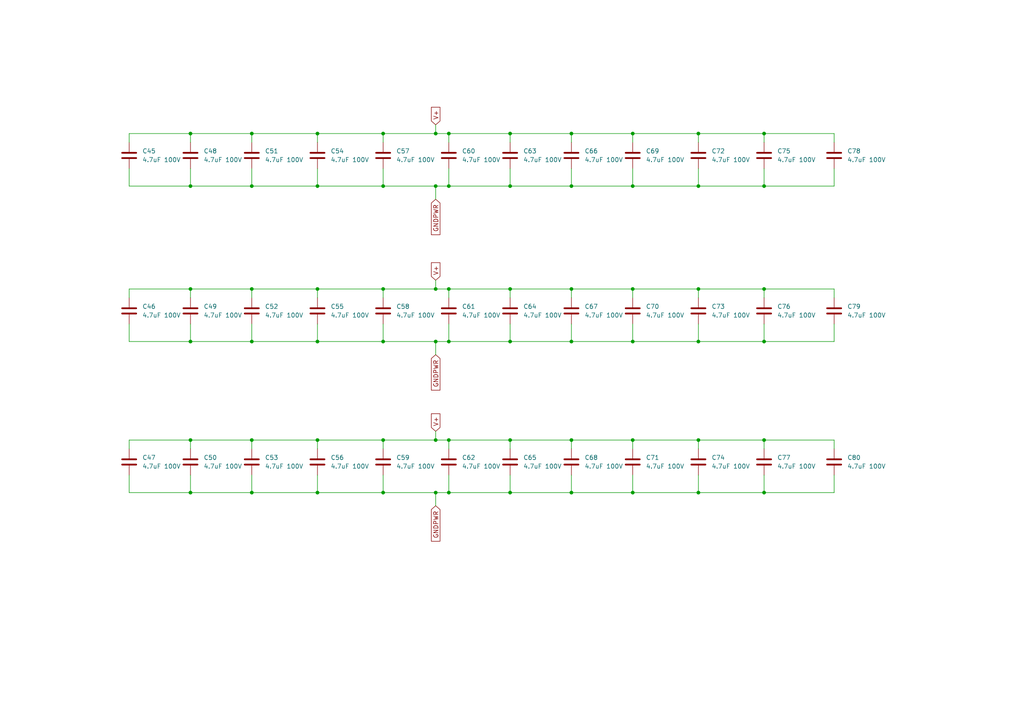
<source format=kicad_sch>
(kicad_sch (version 20231120) (generator "eeschema") (generator_version "8.0")
  (paper "A4")
  (title_block (title "moteus-x1") (rev "1"))
  (lib_symbols
    (symbol "Device:C" (pin_numbers hide) (pin_names (offset 0.254))
      (property "Reference" "C" (at 0.635 2.54 0))
      (property "Value" "C" (at 0.635 -2.54 0))
      (symbol "C_0_1"
        (polyline (pts (xy -2.032 -0.762) (xy 2.032 -0.762)) (stroke (width 0.508)))
        (polyline (pts (xy -2.032 0.762) (xy 2.032 0.762)) (stroke (width 0.508)))
      )
      (symbol "C_1_1"
        (pin passive line (at 0 3.81 270) (length 2.794) (name "~") (number "1"))
        (pin passive line (at 0 -3.81 90) (length 2.794) (name "~") (number "2"))
      )
    )
  )
  (junction (at 92.075 99.06))
  (junction (at 202.565 99.06))
  (junction (at 202.565 127.635))
  (junction (at 73.025 38.735))
  (junction (at 73.025 53.975))
  (junction (at 126.365 38.735))
  (junction (at 111.125 38.735))
  (junction (at 73.025 83.82))
  (junction (at 183.515 127.635))
  (junction (at 55.245 142.875))
  (junction (at 221.615 38.735))
  (junction (at 130.175 38.735))
  (junction (at 147.955 142.875))
  (junction (at 221.615 99.06))
  (junction (at 130.175 142.875))
  (junction (at 147.955 38.735))
  (junction (at 147.955 83.82))
  (junction (at 202.565 38.735))
  (junction (at 92.075 53.975))
  (junction (at 126.365 99.06))
  (junction (at 202.565 83.82))
  (junction (at 130.175 127.635))
  (junction (at 183.515 83.82))
  (junction (at 183.515 38.735))
  (junction (at 55.245 38.735))
  (junction (at 126.365 83.82))
  (junction (at 165.735 142.875))
  (junction (at 221.615 127.635))
  (junction (at 111.125 99.06))
  (junction (at 73.025 99.06))
  (junction (at 165.735 53.975))
  (junction (at 55.245 99.06))
  (junction (at 183.515 53.975))
  (junction (at 111.125 142.875))
  (junction (at 202.565 53.975))
  (junction (at 92.075 142.875))
  (junction (at 73.025 127.635))
  (junction (at 126.365 142.875))
  (junction (at 111.125 53.975))
  (junction (at 130.175 99.06))
  (junction (at 183.515 142.875))
  (junction (at 92.075 38.735))
  (junction (at 126.365 53.975))
  (junction (at 202.565 142.875))
  (junction (at 221.615 142.875))
  (junction (at 165.735 38.735))
  (junction (at 165.735 83.82))
  (junction (at 183.515 99.06))
  (junction (at 111.125 83.82))
  (junction (at 92.075 127.635))
  (junction (at 165.735 127.635))
  (junction (at 55.245 83.82))
  (junction (at 55.245 53.975))
  (junction (at 55.245 127.635))
  (junction (at 73.025 142.875))
  (junction (at 130.175 83.82))
  (junction (at 92.075 83.82))
  (junction (at 147.955 127.635))
  (junction (at 111.125 127.635))
  (junction (at 147.955 99.06))
  (junction (at 165.735 99.06))
  (junction (at 221.615 53.975))
  (junction (at 130.175 53.975))
  (junction (at 221.615 83.82))
  (junction (at 147.955 53.975))
  (junction (at 126.365 127.635))
  (wire (pts (xy 221.615 53.975) (xy 241.935 53.975)))
  (wire (pts (xy 73.025 38.735) (xy 73.025 41.275)))
  (wire (pts (xy 126.365 83.82) (xy 126.365 81.28)))
  (wire (pts (xy 92.075 48.895) (xy 92.075 53.975)))
  (wire (pts (xy 92.075 38.735) (xy 92.075 41.275)))
  (wire (pts (xy 183.515 127.635) (xy 183.515 130.175)))
  (wire (pts (xy 37.465 93.98) (xy 37.465 99.06)))
  (wire (pts (xy 111.125 38.735) (xy 111.125 41.275)))
  (wire (pts (xy 221.615 83.82) (xy 202.565 83.82)))
  (wire (pts (xy 126.365 142.875) (xy 130.175 142.875)))
  (wire (pts (xy 92.075 53.975) (xy 111.125 53.975)))
  (wire (pts (xy 130.175 83.82) (xy 126.365 83.82)))
  (wire (pts (xy 126.365 127.635) (xy 126.365 125.095)))
  (wire (pts (xy 147.955 38.735) (xy 130.175 38.735)))
  (wire (pts (xy 92.075 127.635) (xy 111.125 127.635)))
  (wire (pts (xy 147.955 48.895) (xy 147.955 53.975)))
  (wire (pts (xy 147.955 137.795) (xy 147.955 142.875)))
  (wire (pts (xy 111.125 93.98) (xy 111.125 99.06)))
  (wire (pts (xy 202.565 38.735) (xy 202.565 41.275)))
  (wire (pts (xy 202.565 127.635) (xy 183.515 127.635)))
  (wire (pts (xy 55.245 53.975) (xy 73.025 53.975)))
  (wire (pts (xy 37.465 41.275) (xy 37.465 38.735)))
  (wire (pts (xy 165.735 137.795) (xy 165.735 142.875)))
  (wire (pts (xy 73.025 83.82) (xy 73.025 86.36)))
  (wire (pts (xy 165.735 99.06) (xy 183.515 99.06)))
  (wire (pts (xy 183.515 38.735) (xy 165.735 38.735)))
  (wire (pts (xy 202.565 99.06) (xy 221.615 99.06)))
  (wire (pts (xy 111.125 48.895) (xy 111.125 53.975)))
  (wire (pts (xy 221.615 93.98) (xy 221.615 99.06)))
  (wire (pts (xy 241.935 41.275) (xy 241.935 38.735)))
  (wire (pts (xy 147.955 127.635) (xy 147.955 130.175)))
  (wire (pts (xy 37.465 130.175) (xy 37.465 127.635)))
  (wire (pts (xy 55.245 38.735) (xy 55.245 41.275)))
  (wire (pts (xy 73.025 127.635) (xy 92.075 127.635)))
  (wire (pts (xy 73.025 99.06) (xy 92.075 99.06)))
  (wire (pts (xy 37.465 127.635) (xy 55.245 127.635)))
  (wire (pts (xy 37.465 142.875) (xy 55.245 142.875)))
  (wire (pts (xy 165.735 142.875) (xy 183.515 142.875)))
  (wire (pts (xy 111.125 83.82) (xy 111.125 86.36)))
  (wire (pts (xy 126.365 38.735) (xy 126.365 36.195)))
  (wire (pts (xy 73.025 48.895) (xy 73.025 53.975)))
  (wire (pts (xy 202.565 137.795) (xy 202.565 142.875)))
  (wire (pts (xy 55.245 99.06) (xy 73.025 99.06)))
  (wire (pts (xy 130.175 93.98) (xy 130.175 99.06)))
  (wire (pts (xy 241.935 48.895) (xy 241.935 53.975)))
  (wire (pts (xy 165.735 83.82) (xy 165.735 86.36)))
  (wire (pts (xy 221.615 48.895) (xy 221.615 53.975)))
  (wire (pts (xy 147.955 99.06) (xy 165.735 99.06)))
  (wire (pts (xy 55.245 127.635) (xy 55.245 130.175)))
  (wire (pts (xy 55.245 142.875) (xy 73.025 142.875)))
  (wire (pts (xy 241.935 38.735) (xy 221.615 38.735)))
  (wire (pts (xy 147.955 83.82) (xy 130.175 83.82)))
  (wire (pts (xy 55.245 83.82) (xy 55.245 86.36)))
  (wire (pts (xy 183.515 137.795) (xy 183.515 142.875)))
  (wire (pts (xy 55.245 38.735) (xy 73.025 38.735)))
  (wire (pts (xy 202.565 83.82) (xy 183.515 83.82)))
  (wire (pts (xy 92.075 93.98) (xy 92.075 99.06)))
  (wire (pts (xy 92.075 38.735) (xy 111.125 38.735)))
  (wire (pts (xy 165.735 48.895) (xy 165.735 53.975)))
  (wire (pts (xy 241.935 137.795) (xy 241.935 142.875)))
  (wire (pts (xy 183.515 142.875) (xy 202.565 142.875)))
  (wire (pts (xy 202.565 48.895) (xy 202.565 53.975)))
  (wire (pts (xy 165.735 83.82) (xy 147.955 83.82)))
  (wire (pts (xy 126.365 53.975) (xy 130.175 53.975)))
  (wire (pts (xy 241.935 83.82) (xy 221.615 83.82)))
  (wire (pts (xy 165.735 38.735) (xy 147.955 38.735)))
  (wire (pts (xy 130.175 53.975) (xy 147.955 53.975)))
  (wire (pts (xy 111.125 127.635) (xy 126.365 127.635)))
  (wire (pts (xy 126.365 99.06) (xy 130.175 99.06)))
  (wire (pts (xy 55.245 93.98) (xy 55.245 99.06)))
  (wire (pts (xy 202.565 53.975) (xy 221.615 53.975)))
  (wire (pts (xy 241.935 130.175) (xy 241.935 127.635)))
  (wire (pts (xy 111.125 99.06) (xy 126.365 99.06)))
  (wire (pts (xy 37.465 137.795) (xy 37.465 142.875)))
  (wire (pts (xy 37.465 86.36) (xy 37.465 83.82)))
  (wire (pts (xy 202.565 38.735) (xy 183.515 38.735)))
  (wire (pts (xy 55.245 83.82) (xy 73.025 83.82)))
  (wire (pts (xy 183.515 127.635) (xy 165.735 127.635)))
  (wire (pts (xy 183.515 38.735) (xy 183.515 41.275)))
  (wire (pts (xy 73.025 127.635) (xy 73.025 130.175)))
  (wire (pts (xy 130.175 142.875) (xy 147.955 142.875)))
  (wire (pts (xy 73.025 142.875) (xy 92.075 142.875)))
  (wire (pts (xy 73.025 137.795) (xy 73.025 142.875)))
  (wire (pts (xy 183.515 53.975) (xy 202.565 53.975)))
  (wire (pts (xy 73.025 53.975) (xy 92.075 53.975)))
  (wire (pts (xy 73.025 38.735) (xy 92.075 38.735)))
  (wire (pts (xy 165.735 38.735) (xy 165.735 41.275)))
  (wire (pts (xy 111.125 142.875) (xy 126.365 142.875)))
  (wire (pts (xy 221.615 137.795) (xy 221.615 142.875)))
  (wire (pts (xy 111.125 83.82) (xy 126.365 83.82)))
  (wire (pts (xy 73.025 93.98) (xy 73.025 99.06)))
  (wire (pts (xy 221.615 38.735) (xy 202.565 38.735)))
  (wire (pts (xy 37.465 83.82) (xy 55.245 83.82)))
  (wire (pts (xy 126.365 53.975) (xy 126.365 57.785)))
  (wire (pts (xy 126.365 142.875) (xy 126.365 146.685)))
  (wire (pts (xy 183.515 99.06) (xy 202.565 99.06)))
  (wire (pts (xy 92.075 83.82) (xy 92.075 86.36)))
  (wire (pts (xy 202.565 142.875) (xy 221.615 142.875)))
  (wire (pts (xy 202.565 127.635) (xy 202.565 130.175)))
  (wire (pts (xy 130.175 38.735) (xy 130.175 41.275)))
  (wire (pts (xy 241.935 93.98) (xy 241.935 99.06)))
  (wire (pts (xy 130.175 127.635) (xy 130.175 130.175)))
  (wire (pts (xy 130.175 48.895) (xy 130.175 53.975)))
  (wire (pts (xy 111.125 127.635) (xy 111.125 130.175)))
  (wire (pts (xy 92.075 127.635) (xy 92.075 130.175)))
  (wire (pts (xy 221.615 38.735) (xy 221.615 41.275)))
  (wire (pts (xy 147.955 93.98) (xy 147.955 99.06)))
  (wire (pts (xy 111.125 53.975) (xy 126.365 53.975)))
  (wire (pts (xy 147.955 127.635) (xy 130.175 127.635)))
  (wire (pts (xy 147.955 83.82) (xy 147.955 86.36)))
  (wire (pts (xy 202.565 93.98) (xy 202.565 99.06)))
  (wire (pts (xy 111.125 38.735) (xy 126.365 38.735)))
  (wire (pts (xy 147.955 142.875) (xy 165.735 142.875)))
  (wire (pts (xy 130.175 127.635) (xy 126.365 127.635)))
  (wire (pts (xy 241.935 127.635) (xy 221.615 127.635)))
  (wire (pts (xy 183.515 83.82) (xy 183.515 86.36)))
  (wire (pts (xy 92.075 83.82) (xy 111.125 83.82)))
  (wire (pts (xy 221.615 99.06) (xy 241.935 99.06)))
  (wire (pts (xy 37.465 48.895) (xy 37.465 53.975)))
  (wire (pts (xy 37.465 53.975) (xy 55.245 53.975)))
  (wire (pts (xy 37.465 38.735) (xy 55.245 38.735)))
  (wire (pts (xy 130.175 99.06) (xy 147.955 99.06)))
  (wire (pts (xy 165.735 53.975) (xy 183.515 53.975)))
  (wire (pts (xy 221.615 142.875) (xy 241.935 142.875)))
  (wire (pts (xy 55.245 127.635) (xy 73.025 127.635)))
  (wire (pts (xy 147.955 53.975) (xy 165.735 53.975)))
  (wire (pts (xy 221.615 127.635) (xy 221.615 130.175)))
  (wire (pts (xy 221.615 83.82) (xy 221.615 86.36)))
  (wire (pts (xy 130.175 137.795) (xy 130.175 142.875)))
  (wire (pts (xy 183.515 48.895) (xy 183.515 53.975)))
  (wire (pts (xy 221.615 127.635) (xy 202.565 127.635)))
  (wire (pts (xy 92.075 142.875) (xy 111.125 142.875)))
  (wire (pts (xy 55.245 137.795) (xy 55.245 142.875)))
  (wire (pts (xy 147.955 38.735) (xy 147.955 41.275)))
  (wire (pts (xy 165.735 93.98) (xy 165.735 99.06)))
  (wire (pts (xy 165.735 127.635) (xy 147.955 127.635)))
  (wire (pts (xy 55.245 48.895) (xy 55.245 53.975)))
  (wire (pts (xy 126.365 99.06) (xy 126.365 102.87)))
  (wire (pts (xy 73.025 83.82) (xy 92.075 83.82)))
  (wire (pts (xy 37.465 99.06) (xy 55.245 99.06)))
  (wire (pts (xy 111.125 137.795) (xy 111.125 142.875)))
  (wire (pts (xy 130.175 83.82) (xy 130.175 86.36)))
  (wire (pts (xy 202.565 83.82) (xy 202.565 86.36)))
  (wire (pts (xy 183.515 93.98) (xy 183.515 99.06)))
  (wire (pts (xy 165.735 127.635) (xy 165.735 130.175)))
  (wire (pts (xy 241.935 86.36) (xy 241.935 83.82)))
  (wire (pts (xy 92.075 99.06) (xy 111.125 99.06)))
  (wire (pts (xy 130.175 38.735) (xy 126.365 38.735)))
  (wire (pts (xy 183.515 83.82) (xy 165.735 83.82)))
  (wire (pts (xy 92.075 137.795) (xy 92.075 142.875)))
  (global_label "GNDPWR" (shape input) (at 126.365 146.685 270) (property "Intersheetrefs" "${INTERSHEET_REFS}" (effects (hide yes))))
  (global_label "GNDPWR" (shape input) (at 126.365 57.785 270) (property "Intersheetrefs" "${INTERSHEET_REFS}" (effects (hide yes))))
  (global_label "V+" (shape input) (at 126.365 36.195 90) (property "Intersheetrefs" "${INTERSHEET_REFS}" (effects (hide yes))))
  (global_label "V+" (shape input) (at 126.365 125.095 90) (property "Intersheetrefs" "${INTERSHEET_REFS}" (effects (hide yes))))
  (global_label "V+" (shape input) (at 126.365 81.28 90) (property "Intersheetrefs" "${INTERSHEET_REFS}" (effects (hide yes))))
  (global_label "GNDPWR" (shape input) (at 126.365 102.87 270) (property "Intersheetrefs" "${INTERSHEET_REFS}" (effects (hide yes))))
  (symbol (lib_id "Device:C") (at 165.735 90.17 0) (unit 1)
    (property "Reference" "C67" (at 169.545 88.9 0) (effects (justify left)))
    (property "Value" "4.7uF 100V" (at 169.545 91.44 0) (effects (justify left)))
    (property "Footprint" "Capacitor_SMD:C_1206_3216Metric" (effects (hide yes)))
    (property "MPN" "GRJ31CC72A475KE01K" (effects (hide yes)))
    (property "MF" "MURATA" (effects (hide yes)))
    (property "POPULATE" "1" (effects (hide yes)))
  )
  (symbol (lib_id "Device:C") (at 221.615 45.085 0) (unit 1)
    (property "Reference" "C75" (at 225.425 43.815 0) (effects (justify left)))
    (property "Value" "4.7uF 100V" (at 225.425 46.355 0) (effects (justify left)))
    (property "Footprint" "Capacitor_SMD:C_1206_3216Metric" (effects (hide yes)))
    (property "MPN" "GRJ31CC72A475KE01K" (effects (hide yes)))
    (property "MF" "MURATA" (effects (hide yes)))
    (property "POPULATE" "1" (effects (hide yes)))
  )
  (symbol (lib_id "Device:C") (at 73.025 90.17 0) (unit 1)
    (property "Reference" "C52" (at 76.835 88.9 0) (effects (justify left)))
    (property "Value" "4.7uF 100V" (at 76.835 91.44 0) (effects (justify left)))
    (property "Footprint" "Capacitor_SMD:C_1206_3216Metric" (effects (hide yes)))
    (property "MPN" "GRJ31CC72A475KE01K" (effects (hide yes)))
    (property "MF" "MURATA" (effects (hide yes)))
    (property "POPULATE" "1" (effects (hide yes)))
  )
  (symbol (lib_id "Device:C") (at 165.735 45.085 0) (unit 1)
    (property "Reference" "C66" (at 169.545 43.815 0) (effects (justify left)))
    (property "Value" "4.7uF 100V" (at 169.545 46.355 0) (effects (justify left)))
    (property "Footprint" "Capacitor_SMD:C_1206_3216Metric" (effects (hide yes)))
    (property "MPN" "GRJ31CC72A475KE01K" (effects (hide yes)))
    (property "MF" "MURATA" (effects (hide yes)))
    (property "POPULATE" "1" (effects (hide yes)))
  )
  (symbol (lib_id "Device:C") (at 241.935 90.17 0) (unit 1)
    (property "Reference" "C79" (at 245.745 88.9 0) (effects (justify left)))
    (property "Value" "4.7uF 100V" (at 245.745 91.44 0) (effects (justify left)))
    (property "Footprint" "Capacitor_SMD:C_1206_3216Metric" (effects (hide yes)))
    (property "MPN" "GRJ31CC72A475KE01K" (effects (hide yes)))
    (property "MF" "MURATA" (effects (hide yes)))
    (property "POPULATE" "1" (effects (hide yes)))
  )
  (symbol (lib_id "Device:C") (at 73.025 133.985 0) (unit 1)
    (property "Reference" "C53" (at 76.835 132.715 0) (effects (justify left)))
    (property "Value" "4.7uF 100V" (at 76.835 135.255 0) (effects (justify left)))
    (property "Footprint" "Capacitor_SMD:C_1206_3216Metric" (effects (hide yes)))
    (property "MPN" "GRJ31CC72A475KE01K" (effects (hide yes)))
    (property "MF" "MURATA" (effects (hide yes)))
    (property "POPULATE" "1" (effects (hide yes)))
  )
  (symbol (lib_id "Device:C") (at 73.025 45.085 0) (unit 1)
    (property "Reference" "C51" (at 76.835 43.815 0) (effects (justify left)))
    (property "Value" "4.7uF 100V" (at 76.835 46.355 0) (effects (justify left)))
    (property "Footprint" "Capacitor_SMD:C_1206_3216Metric" (effects (hide yes)))
    (property "MPN" "GRJ31CC72A475KE01K" (effects (hide yes)))
    (property "MF" "MURATA" (effects (hide yes)))
    (property "POPULATE" "1" (effects (hide yes)))
  )
  (symbol (lib_id "Device:C") (at 37.465 45.085 0) (unit 1)
    (property "Reference" "C45" (at 41.275 43.815 0) (effects (justify left)))
    (property "Value" "4.7uF 100V" (at 41.275 46.355 0) (effects (justify left)))
    (property "Footprint" "Capacitor_SMD:C_1206_3216Metric" (effects (hide yes)))
    (property "MPN" "GRJ31CC72A475KE01K" (effects (hide yes)))
    (property "MF" "MURATA" (effects (hide yes)))
    (property "POPULATE" "1" (effects (hide yes)))
  )
  (symbol (lib_id "Device:C") (at 183.515 90.17 0) (unit 1)
    (property "Reference" "C70" (at 187.325 88.9 0) (effects (justify left)))
    (property "Value" "4.7uF 100V" (at 187.325 91.44 0) (effects (justify left)))
    (property "Footprint" "Capacitor_SMD:C_1206_3216Metric" (effects (hide yes)))
    (property "MPN" "GRJ31CC72A475KE01K" (effects (hide yes)))
    (property "MF" "MURATA" (effects (hide yes)))
    (property "POPULATE" "1" (effects (hide yes)))
  )
  (symbol (lib_id "Device:C") (at 130.175 90.17 0) (unit 1)
    (property "Reference" "C61" (at 133.985 88.9 0) (effects (justify left)))
    (property "Value" "4.7uF 100V" (at 133.985 91.44 0) (effects (justify left)))
    (property "Footprint" "Capacitor_SMD:C_1206_3216Metric" (effects (hide yes)))
    (property "MPN" "GRJ31CC72A475KE01K" (effects (hide yes)))
    (property "MF" "MURATA" (effects (hide yes)))
    (property "POPULATE" "1" (effects (hide yes)))
  )
  (symbol (lib_id "Device:C") (at 92.075 133.985 0) (unit 1)
    (property "Reference" "C56" (at 95.885 132.715 0) (effects (justify left)))
    (property "Value" "4.7uF 100V" (at 95.885 135.255 0) (effects (justify left)))
    (property "Footprint" "Capacitor_SMD:C_1206_3216Metric" (effects (hide yes)))
    (property "MPN" "GRJ31CC72A475KE01K" (effects (hide yes)))
    (property "MF" "MURATA" (effects (hide yes)))
    (property "POPULATE" "1" (effects (hide yes)))
  )
  (symbol (lib_id "Device:C") (at 241.935 45.085 0) (unit 1)
    (property "Reference" "C78" (at 245.745 43.815 0) (effects (justify left)))
    (property "Value" "4.7uF 100V" (at 245.745 46.355 0) (effects (justify left)))
    (property "Footprint" "Capacitor_SMD:C_1206_3216Metric" (effects (hide yes)))
    (property "MPN" "GRJ31CC72A475KE01K" (effects (hide yes)))
    (property "MF" "MURATA" (effects (hide yes)))
    (property "POPULATE" "1" (effects (hide yes)))
  )
  (symbol (lib_id "Device:C") (at 241.935 133.985 0) (unit 1)
    (property "Reference" "C80" (at 245.745 132.715 0) (effects (justify left)))
    (property "Value" "4.7uF 100V" (at 245.745 135.255 0) (effects (justify left)))
    (property "Footprint" "Capacitor_SMD:C_1206_3216Metric" (effects (hide yes)))
    (property "MPN" "GRJ31CC72A475KE01K" (effects (hide yes)))
    (property "MF" "MURATA" (effects (hide yes)))
    (property "POPULATE" "1" (effects (hide yes)))
  )
  (symbol (lib_id "Device:C") (at 37.465 90.17 0) (unit 1)
    (property "Reference" "C46" (at 41.275 88.9 0) (effects (justify left)))
    (property "Value" "4.7uF 100V" (at 41.275 91.44 0) (effects (justify left)))
    (property "Footprint" "Capacitor_SMD:C_1206_3216Metric" (effects (hide yes)))
    (property "MPN" "GRJ31CC72A475KE01K" (effects (hide yes)))
    (property "MF" "MURATA" (effects (hide yes)))
    (property "POPULATE" "1" (effects (hide yes)))
  )
  (symbol (lib_id "Device:C") (at 202.565 133.985 0) (unit 1)
    (property "Reference" "C74" (at 206.375 132.715 0) (effects (justify left)))
    (property "Value" "4.7uF 100V" (at 206.375 135.255 0) (effects (justify left)))
    (property "Footprint" "Capacitor_SMD:C_1206_3216Metric" (effects (hide yes)))
    (property "MPN" "GRJ31CC72A475KE01K" (effects (hide yes)))
    (property "MF" "MURATA" (effects (hide yes)))
    (property "POPULATE" "1" (effects (hide yes)))
  )
  (symbol (lib_id "Device:C") (at 55.245 45.085 0) (unit 1)
    (property "Reference" "C48" (at 59.055 43.815 0) (effects (justify left)))
    (property "Value" "4.7uF 100V" (at 59.055 46.355 0) (effects (justify left)))
    (property "Footprint" "Capacitor_SMD:C_1206_3216Metric" (effects (hide yes)))
    (property "MPN" "GRJ31CC72A475KE01K" (effects (hide yes)))
    (property "MF" "MURATA" (effects (hide yes)))
    (property "POPULATE" "1" (effects (hide yes)))
  )
  (symbol (lib_id "Device:C") (at 165.735 133.985 0) (unit 1)
    (property "Reference" "C68" (at 169.545 132.715 0) (effects (justify left)))
    (property "Value" "4.7uF 100V" (at 169.545 135.255 0) (effects (justify left)))
    (property "Footprint" "Capacitor_SMD:C_1206_3216Metric" (effects (hide yes)))
    (property "MPN" "GRJ31CC72A475KE01K" (effects (hide yes)))
    (property "MF" "MURATA" (effects (hide yes)))
    (property "POPULATE" "1" (effects (hide yes)))
  )
  (symbol (lib_id "Device:C") (at 37.465 133.985 0) (unit 1)
    (property "Reference" "C47" (at 41.275 132.715 0) (effects (justify left)))
    (property "Value" "4.7uF 100V" (at 41.275 135.255 0) (effects (justify left)))
    (property "Footprint" "Capacitor_SMD:C_1206_3216Metric" (effects (hide yes)))
    (property "MPN" "GRJ31CC72A475KE01K" (effects (hide yes)))
    (property "MF" "MURATA" (effects (hide yes)))
    (property "POPULATE" "1" (effects (hide yes)))
  )
  (symbol (lib_id "Device:C") (at 147.955 45.085 0) (unit 1)
    (property "Reference" "C63" (at 151.765 43.815 0) (effects (justify left)))
    (property "Value" "4.7uF 100V" (at 151.765 46.355 0) (effects (justify left)))
    (property "Footprint" "Capacitor_SMD:C_1206_3216Metric" (effects (hide yes)))
    (property "MPN" "GRJ31CC72A475KE01K" (effects (hide yes)))
    (property "MF" "MURATA" (effects (hide yes)))
    (property "POPULATE" "1" (effects (hide yes)))
  )
  (symbol (lib_id "Device:C") (at 147.955 90.17 0) (unit 1)
    (property "Reference" "C64" (at 151.765 88.9 0) (effects (justify left)))
    (property "Value" "4.7uF 100V" (at 151.765 91.44 0) (effects (justify left)))
    (property "Footprint" "Capacitor_SMD:C_1206_3216Metric" (effects (hide yes)))
    (property "MPN" "GRJ31CC72A475KE01K" (effects (hide yes)))
    (property "MF" "MURATA" (effects (hide yes)))
    (property "POPULATE" "1" (effects (hide yes)))
  )
  (symbol (lib_id "Device:C") (at 183.515 133.985 0) (unit 1)
    (property "Reference" "C71" (at 187.325 132.715 0) (effects (justify left)))
    (property "Value" "4.7uF 100V" (at 187.325 135.255 0) (effects (justify left)))
    (property "Footprint" "Capacitor_SMD:C_1206_3216Metric" (effects (hide yes)))
    (property "MPN" "GRJ31CC72A475KE01K" (effects (hide yes)))
    (property "MF" "MURATA" (effects (hide yes)))
    (property "POPULATE" "1" (effects (hide yes)))
  )
  (symbol (lib_id "Device:C") (at 130.175 133.985 0) (unit 1)
    (property "Reference" "C62" (at 133.985 132.715 0) (effects (justify left)))
    (property "Value" "4.7uF 100V" (at 133.985 135.255 0) (effects (justify left)))
    (property "Footprint" "Capacitor_SMD:C_1206_3216Metric" (effects (hide yes)))
    (property "MPN" "GRJ31CC72A475KE01K" (effects (hide yes)))
    (property "MF" "MURATA" (effects (hide yes)))
    (property "POPULATE" "1" (effects (hide yes)))
  )
  (symbol (lib_id "Device:C") (at 221.615 90.17 0) (unit 1)
    (property "Reference" "C76" (at 225.425 88.9 0) (effects (justify left)))
    (property "Value" "4.7uF 100V" (at 225.425 91.44 0) (effects (justify left)))
    (property "Footprint" "Capacitor_SMD:C_1206_3216Metric" (effects (hide yes)))
    (property "MPN" "GRJ31CC72A475KE01K" (effects (hide yes)))
    (property "MF" "MURATA" (effects (hide yes)))
    (property "POPULATE" "1" (effects (hide yes)))
  )
  (symbol (lib_id "Device:C") (at 92.075 90.17 0) (unit 1)
    (property "Reference" "C55" (at 95.885 88.9 0) (effects (justify left)))
    (property "Value" "4.7uF 100V" (at 95.885 91.44 0) (effects (justify left)))
    (property "Footprint" "Capacitor_SMD:C_1206_3216Metric" (effects (hide yes)))
    (property "MPN" "GRJ31CC72A475KE01K" (effects (hide yes)))
    (property "MF" "MURATA" (effects (hide yes)))
    (property "POPULATE" "1" (effects (hide yes)))
  )
  (symbol (lib_id "Device:C") (at 202.565 90.17 0) (unit 1)
    (property "Reference" "C73" (at 206.375 88.9 0) (effects (justify left)))
    (property "Value" "4.7uF 100V" (at 206.375 91.44 0) (effects (justify left)))
    (property "Footprint" "Capacitor_SMD:C_1206_3216Metric" (effects (hide yes)))
    (property "MPN" "GRJ31CC72A475KE01K" (effects (hide yes)))
    (property "MF" "MURATA" (effects (hide yes)))
    (property "POPULATE" "1" (effects (hide yes)))
  )
  (symbol (lib_id "Device:C") (at 130.175 45.085 0) (unit 1)
    (property "Reference" "C60" (at 133.985 43.815 0) (effects (justify left)))
    (property "Value" "4.7uF 100V" (at 133.985 46.355 0) (effects (justify left)))
    (property "Footprint" "Capacitor_SMD:C_1206_3216Metric" (effects (hide yes)))
    (property "MPN" "GRJ31CC72A475KE01K" (effects (hide yes)))
    (property "MF" "MURATA" (effects (hide yes)))
    (property "POPULATE" "1" (effects (hide yes)))
  )
  (symbol (lib_id "Device:C") (at 202.565 45.085 0) (unit 1)
    (property "Reference" "C72" (at 206.375 43.815 0) (effects (justify left)))
    (property "Value" "4.7uF 100V" (at 206.375 46.355 0) (effects (justify left)))
    (property "Footprint" "Capacitor_SMD:C_1206_3216Metric" (effects (hide yes)))
    (property "MPN" "GRJ31CC72A475KE01K" (effects (hide yes)))
    (property "MF" "MURATA" (effects (hide yes)))
    (property "POPULATE" "1" (effects (hide yes)))
  )
  (symbol (lib_id "Device:C") (at 55.245 90.17 0) (unit 1)
    (property "Reference" "C49" (at 59.055 88.9 0) (effects (justify left)))
    (property "Value" "4.7uF 100V" (at 59.055 91.44 0) (effects (justify left)))
    (property "Footprint" "Capacitor_SMD:C_1206_3216Metric" (effects (hide yes)))
    (property "MPN" "GRJ31CC72A475KE01K" (effects (hide yes)))
    (property "MF" "MURATA" (effects (hide yes)))
    (property "POPULATE" "1" (effects (hide yes)))
  )
  (symbol (lib_id "Device:C") (at 92.075 45.085 0) (unit 1)
    (property "Reference" "C54" (at 95.885 43.815 0) (effects (justify left)))
    (property "Value" "4.7uF 100V" (at 95.885 46.355 0) (effects (justify left)))
    (property "Footprint" "Capacitor_SMD:C_1206_3216Metric" (effects (hide yes)))
    (property "MPN" "GRJ31CC72A475KE01K" (effects (hide yes)))
    (property "MF" "MURATA" (effects (hide yes)))
    (property "POPULATE" "1" (effects (hide yes)))
  )
  (symbol (lib_id "Device:C") (at 183.515 45.085 0) (unit 1)
    (property "Reference" "C69" (at 187.325 43.815 0) (effects (justify left)))
    (property "Value" "4.7uF 100V" (at 187.325 46.355 0) (effects (justify left)))
    (property "Footprint" "Capacitor_SMD:C_1206_3216Metric" (effects (hide yes)))
    (property "MPN" "GRJ31CC72A475KE01K" (effects (hide yes)))
    (property "MF" "MURATA" (effects (hide yes)))
    (property "POPULATE" "1" (effects (hide yes)))
  )
  (symbol (lib_id "Device:C") (at 111.125 90.17 0) (unit 1)
    (property "Reference" "C58" (at 114.935 88.9 0) (effects (justify left)))
    (property "Value" "4.7uF 100V" (at 114.935 91.44 0) (effects (justify left)))
    (property "Footprint" "Capacitor_SMD:C_1206_3216Metric" (effects (hide yes)))
    (property "MPN" "GRJ31CC72A475KE01K" (effects (hide yes)))
    (property "MF" "MURATA" (effects (hide yes)))
    (property "POPULATE" "1" (effects (hide yes)))
  )
  (symbol (lib_id "Device:C") (at 147.955 133.985 0) (unit 1)
    (property "Reference" "C65" (at 151.765 132.715 0) (effects (justify left)))
    (property "Value" "4.7uF 100V" (at 151.765 135.255 0) (effects (justify left)))
    (property "Footprint" "Capacitor_SMD:C_1206_3216Metric" (effects (hide yes)))
    (property "MPN" "GRJ31CC72A475KE01K" (effects (hide yes)))
    (property "MF" "MURATA" (effects (hide yes)))
    (property "POPULATE" "1" (effects (hide yes)))
  )
  (symbol (lib_id "Device:C") (at 55.245 133.985 0) (unit 1)
    (property "Reference" "C50" (at 59.055 132.715 0) (effects (justify left)))
    (property "Value" "4.7uF 100V" (at 59.055 135.255 0) (effects (justify left)))
    (property "Footprint" "Capacitor_SMD:C_1206_3216Metric" (effects (hide yes)))
    (property "MPN" "GRJ31CC72A475KE01K" (effects (hide yes)))
    (property "MF" "MURATA" (effects (hide yes)))
    (property "POPULATE" "1" (effects (hide yes)))
  )
  (symbol (lib_id "Device:C") (at 111.125 45.085 0) (unit 1)
    (property "Reference" "C57" (at 114.935 43.815 0) (effects (justify left)))
    (property "Value" "4.7uF 100V" (at 114.935 46.355 0) (effects (justify left)))
    (property "Footprint" "Capacitor_SMD:C_1206_3216Metric" (effects (hide yes)))
    (property "MPN" "GRJ31CC72A475KE01K" (effects (hide yes)))
    (property "MF" "MURATA" (effects (hide yes)))
    (property "POPULATE" "1" (effects (hide yes)))
  )
  (symbol (lib_id "Device:C") (at 111.125 133.985 0) (unit 1)
    (property "Reference" "C59" (at 114.935 132.715 0) (effects (justify left)))
    (property "Value" "4.7uF 100V" (at 114.935 135.255 0) (effects (justify left)))
    (property "Footprint" "Capacitor_SMD:C_1206_3216Metric" (effects (hide yes)))
    (property "MPN" "GRJ31CC72A475KE01K" (effects (hide yes)))
    (property "MF" "MURATA" (effects (hide yes)))
    (property "POPULATE" "1" (effects (hide yes)))
  )
  (symbol (lib_id "Device:C") (at 221.615 133.985 0) (unit 1)
    (property "Reference" "C77" (at 225.425 132.715 0) (effects (justify left)))
    (property "Value" "4.7uF 100V" (at 225.425 135.255 0) (effects (justify left)))
    (property "Footprint" "Capacitor_SMD:C_1206_3216Metric" (effects (hide yes)))
    (property "MPN" "GRJ31CC72A475KE01K" (effects (hide yes)))
    (property "MF" "MURATA" (effects (hide yes)))
    (property "POPULATE" "1" (effects (hide yes)))
  )
)
</source>
